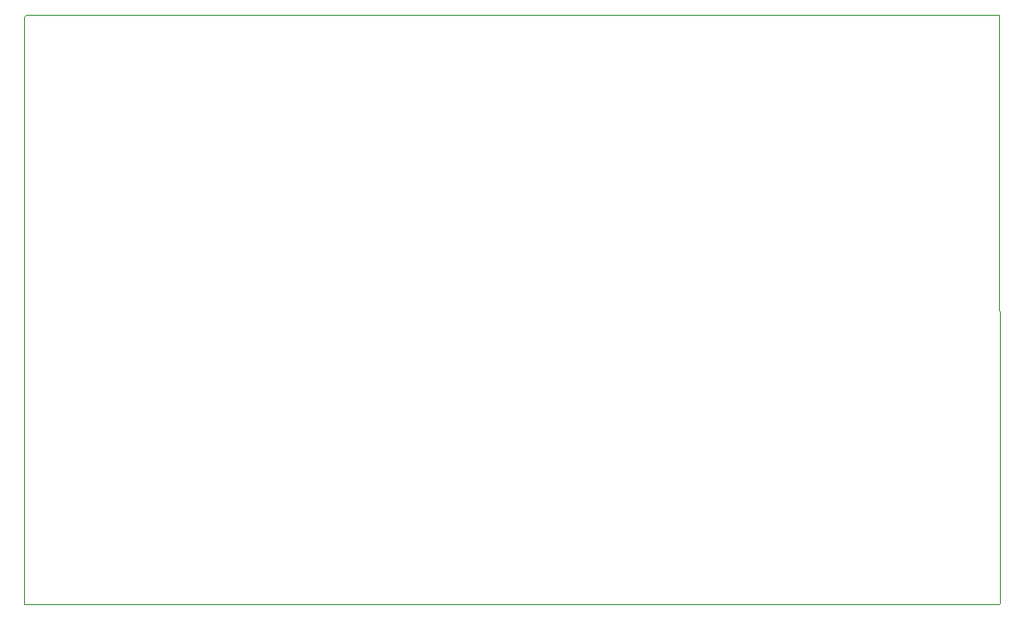
<source format=gm1>
G04*
G04 #@! TF.GenerationSoftware,Altium Limited,Altium Designer,20.1.12 (249)*
G04*
G04 Layer_Color=16711935*
%FSLAX25Y25*%
%MOIN*%
G70*
G04*
G04 #@! TF.SameCoordinates,4F675399-67DD-4CB6-B460-1E4A0243881F*
G04*
G04*
G04 #@! TF.FilePolarity,Positive*
G04*
G01*
G75*
%ADD25C,0.00000*%
D25*
X623000Y421000D02*
X623500Y209500D01*
X273000Y421000D02*
X623000D01*
X272500Y420500D02*
X273000Y421000D01*
X272500Y209000D02*
Y420500D01*
Y209000D02*
X623000D01*
X623500Y209500D01*
M02*

</source>
